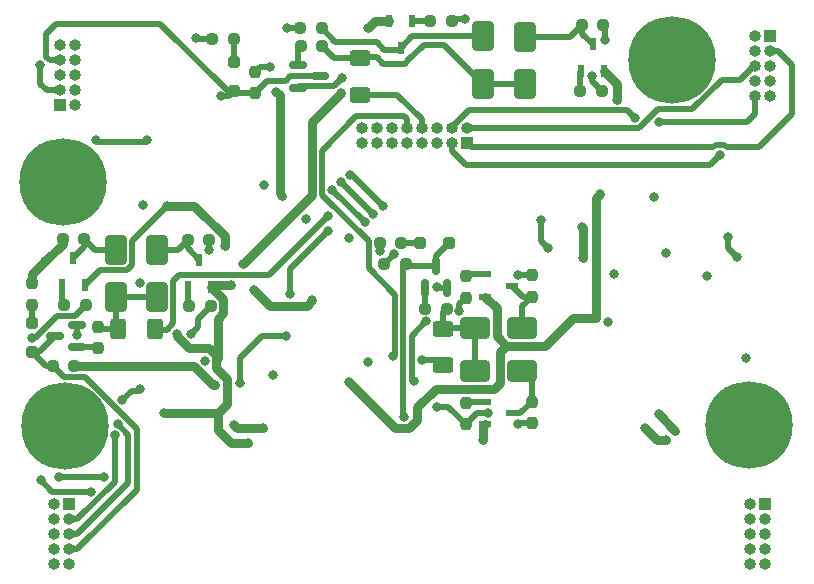
<source format=gbr>
%TF.GenerationSoftware,KiCad,Pcbnew,7.0.10*%
%TF.CreationDate,2025-06-08T09:49:35+02:00*%
%TF.ProjectId,DIC_Addon,4449435f-4164-4646-9f6e-2e6b69636164,rev?*%
%TF.SameCoordinates,Original*%
%TF.FileFunction,Copper,L1,Top*%
%TF.FilePolarity,Positive*%
%FSLAX46Y46*%
G04 Gerber Fmt 4.6, Leading zero omitted, Abs format (unit mm)*
G04 Created by KiCad (PCBNEW 7.0.10) date 2025-06-08 09:49:35*
%MOMM*%
%LPD*%
G01*
G04 APERTURE LIST*
G04 Aperture macros list*
%AMRoundRect*
0 Rectangle with rounded corners*
0 $1 Rounding radius*
0 $2 $3 $4 $5 $6 $7 $8 $9 X,Y pos of 4 corners*
0 Add a 4 corners polygon primitive as box body*
4,1,4,$2,$3,$4,$5,$6,$7,$8,$9,$2,$3,0*
0 Add four circle primitives for the rounded corners*
1,1,$1+$1,$2,$3*
1,1,$1+$1,$4,$5*
1,1,$1+$1,$6,$7*
1,1,$1+$1,$8,$9*
0 Add four rect primitives between the rounded corners*
20,1,$1+$1,$2,$3,$4,$5,0*
20,1,$1+$1,$4,$5,$6,$7,0*
20,1,$1+$1,$6,$7,$8,$9,0*
20,1,$1+$1,$8,$9,$2,$3,0*%
G04 Aperture macros list end*
%TA.AperFunction,SMDPad,CuDef*%
%ADD10RoundRect,0.150000X-0.587500X-0.150000X0.587500X-0.150000X0.587500X0.150000X-0.587500X0.150000X0*%
%TD*%
%TA.AperFunction,SMDPad,CuDef*%
%ADD11RoundRect,0.250000X0.250000X-0.250000X0.250000X0.250000X-0.250000X0.250000X-0.250000X-0.250000X0*%
%TD*%
%TA.AperFunction,ComponentPad*%
%ADD12R,1.000000X1.000000*%
%TD*%
%TA.AperFunction,ComponentPad*%
%ADD13O,1.000000X1.000000*%
%TD*%
%TA.AperFunction,SMDPad,CuDef*%
%ADD14RoundRect,0.237500X-0.250000X-0.237500X0.250000X-0.237500X0.250000X0.237500X-0.250000X0.237500X0*%
%TD*%
%TA.AperFunction,SMDPad,CuDef*%
%ADD15RoundRect,0.237500X0.250000X0.237500X-0.250000X0.237500X-0.250000X-0.237500X0.250000X-0.237500X0*%
%TD*%
%TA.AperFunction,SMDPad,CuDef*%
%ADD16R,1.131799X0.568000*%
%TD*%
%TA.AperFunction,SMDPad,CuDef*%
%ADD17RoundRect,0.237500X0.237500X-0.250000X0.237500X0.250000X-0.237500X0.250000X-0.237500X-0.250000X0*%
%TD*%
%TA.AperFunction,SMDPad,CuDef*%
%ADD18RoundRect,0.250000X0.650000X-1.000000X0.650000X1.000000X-0.650000X1.000000X-0.650000X-1.000000X0*%
%TD*%
%TA.AperFunction,SMDPad,CuDef*%
%ADD19RoundRect,0.250000X-1.000000X-0.650000X1.000000X-0.650000X1.000000X0.650000X-1.000000X0.650000X0*%
%TD*%
%TA.AperFunction,SMDPad,CuDef*%
%ADD20RoundRect,0.250000X0.250000X0.250000X-0.250000X0.250000X-0.250000X-0.250000X0.250000X-0.250000X0*%
%TD*%
%TA.AperFunction,SMDPad,CuDef*%
%ADD21R,0.568000X1.131799*%
%TD*%
%TA.AperFunction,SMDPad,CuDef*%
%ADD22RoundRect,0.250000X0.400000X0.625000X-0.400000X0.625000X-0.400000X-0.625000X0.400000X-0.625000X0*%
%TD*%
%TA.AperFunction,SMDPad,CuDef*%
%ADD23RoundRect,0.150000X0.587500X0.150000X-0.587500X0.150000X-0.587500X-0.150000X0.587500X-0.150000X0*%
%TD*%
%TA.AperFunction,SMDPad,CuDef*%
%ADD24RoundRect,0.250000X0.625000X-0.400000X0.625000X0.400000X-0.625000X0.400000X-0.625000X-0.400000X0*%
%TD*%
%TA.AperFunction,SMDPad,CuDef*%
%ADD25RoundRect,0.237500X-0.237500X0.250000X-0.237500X-0.250000X0.237500X-0.250000X0.237500X0.250000X0*%
%TD*%
%TA.AperFunction,SMDPad,CuDef*%
%ADD26RoundRect,0.150000X0.150000X-0.587500X0.150000X0.587500X-0.150000X0.587500X-0.150000X-0.587500X0*%
%TD*%
%TA.AperFunction,ViaPad*%
%ADD27C,0.800000*%
%TD*%
%TA.AperFunction,ViaPad*%
%ADD28C,7.400000*%
%TD*%
%TA.AperFunction,Conductor*%
%ADD29C,0.500000*%
%TD*%
%TA.AperFunction,Conductor*%
%ADD30C,0.750000*%
%TD*%
G04 APERTURE END LIST*
D10*
%TO.P,Q6,1,G*%
%TO.N,Net-(Q6-G)*%
X36273500Y-17312000D03*
%TO.P,Q6,2,S*%
%TO.N,GND*%
X36273500Y-19212000D03*
%TO.P,Q6,3,D*%
%TO.N,GPIO3_In*%
X38148500Y-18262000D03*
%TD*%
D11*
%TO.P,D16,1,K*%
%TO.N,GPIO6_In*%
X13742500Y-41616000D03*
%TO.P,D16,2,A*%
%TO.N,Net-(D16-A)*%
X13742500Y-39116000D03*
%TD*%
D12*
%TO.P,J6,1,Pin_1*%
%TO.N,GPIO5_5VOut*%
X16891000Y-54483000D03*
D13*
%TO.P,J6,2,Pin_2*%
%TO.N,GPIO4_12VOut*%
X15621000Y-54483000D03*
%TO.P,J6,3,Pin_3*%
%TO.N,GPIO6_12VOut*%
X16891000Y-55753000D03*
%TO.P,J6,4,Pin_4*%
%TO.N,GPIO4_5VOut*%
X15621000Y-55753000D03*
%TO.P,J6,5,Pin_5*%
%TO.N,GPIO6_5VOut*%
X16891000Y-57023000D03*
%TO.P,J6,6,Pin_6*%
%TO.N,GPIO5_12VOut*%
X15621000Y-57023000D03*
%TO.P,J6,7,Pin_7*%
%TO.N,GPIO6_In*%
X16891000Y-58293000D03*
%TO.P,J6,8,Pin_8*%
%TO.N,GPIO4_In*%
X15621000Y-58293000D03*
%TO.P,J6,9,Pin_9*%
%TO.N,GPIO5_In*%
X16891000Y-59563000D03*
%TO.P,J6,10,Pin_10*%
%TO.N,GND*%
X15621000Y-59563000D03*
%TD*%
D14*
%TO.P,R41,1*%
%TO.N,GPIO6_In*%
X15520500Y-42799000D03*
%TO.P,R41,2*%
%TO.N,+3.3V*%
X17345500Y-42799000D03*
%TD*%
D15*
%TO.P,R12,1*%
%TO.N,Net-(D4-A)*%
X30833700Y-15087600D03*
%TO.P,R12,2*%
%TO.N,GND*%
X29008700Y-15087600D03*
%TD*%
D16*
%TO.P,Q14,1,G*%
%TO.N,Net-(Q14-G)*%
X52124000Y-45815999D03*
%TO.P,Q14,2,S*%
%TO.N,+5V*%
X52124000Y-47716001D03*
%TO.P,Q14,3,D*%
%TO.N,Net-(D15-A)*%
X54410000Y-46766000D03*
%TD*%
D17*
%TO.P,R13,1*%
%TO.N,GPIO3_In*%
X32639000Y-19682500D03*
%TO.P,R13,2*%
%TO.N,+3.3V*%
X32639000Y-17857500D03*
%TD*%
D18*
%TO.P,D6,1,K*%
%TO.N,Net-(D6-K)*%
X55477000Y-18896000D03*
%TO.P,D6,2,A*%
%TO.N,Net-(D6-A)*%
X55477000Y-14896000D03*
%TD*%
D15*
%TO.P,R9,1*%
%TO.N,GND*%
X62126500Y-13905900D03*
%TO.P,R9,2*%
%TO.N,Net-(D6-A)*%
X60301500Y-13905900D03*
%TD*%
D17*
%TO.P,R31,1*%
%TO.N,GPIO5_5VOut*%
X50473000Y-47720999D03*
%TO.P,R31,2*%
%TO.N,Net-(Q14-G)*%
X50473000Y-45895999D03*
%TD*%
D14*
%TO.P,R14,1*%
%TO.N,Net-(Q6-G)*%
X36497500Y-15722000D03*
%TO.P,R14,2*%
%TO.N,Net-(D6-K)*%
X38322500Y-15722000D03*
%TD*%
%TO.P,R35,1*%
%TO.N,Net-(Q15-G)*%
X47020500Y-37924500D03*
%TO.P,R35,2*%
%TO.N,Net-(D14-K)*%
X48845500Y-37924500D03*
%TD*%
D18*
%TO.P,D17,1,K*%
%TO.N,Net-(D17-K)*%
X20828000Y-36925000D03*
%TO.P,D17,2,A*%
%TO.N,Net-(D17-A)*%
X20828000Y-32925000D03*
%TD*%
D19*
%TO.P,D15,1,K*%
%TO.N,Net-(D14-K)*%
X51255000Y-43210000D03*
%TO.P,D15,2,A*%
%TO.N,Net-(D15-A)*%
X55255000Y-43210000D03*
%TD*%
D20*
%TO.P,D13,1,K*%
%TO.N,GPIO5_In*%
X49076000Y-32336500D03*
%TO.P,D13,2,A*%
%TO.N,Net-(D13-A)*%
X46576000Y-32336500D03*
%TD*%
D17*
%TO.P,R32,1*%
%TO.N,GND*%
X56061000Y-47617499D03*
%TO.P,R32,2*%
%TO.N,Net-(D15-A)*%
X56061000Y-45792499D03*
%TD*%
%TO.P,R24,1*%
%TO.N,GPIO5_12VOut*%
X50461000Y-37010500D03*
%TO.P,R24,2*%
%TO.N,Net-(Q13-G)*%
X50461000Y-35185500D03*
%TD*%
D21*
%TO.P,Q16,1,G*%
%TO.N,Net-(Q16-G)*%
X16299999Y-35941000D03*
%TO.P,Q16,2,S*%
%TO.N,+12V*%
X18200001Y-35941000D03*
%TO.P,Q16,3,D*%
%TO.N,Net-(D17-A)*%
X17250000Y-33655000D03*
%TD*%
D15*
%TO.P,R39,1*%
%TO.N,GND*%
X28769499Y-32131000D03*
%TO.P,R39,2*%
%TO.N,Net-(D18-A)*%
X26944499Y-32131000D03*
%TD*%
D14*
%TO.P,R11,1*%
%TO.N,GND*%
X36450500Y-14198000D03*
%TO.P,R11,2*%
%TO.N,Net-(D9-A)*%
X38275500Y-14198000D03*
%TD*%
D16*
%TO.P,Q13,1,G*%
%TO.N,Net-(Q13-G)*%
X52124000Y-35020999D03*
%TO.P,Q13,2,S*%
%TO.N,+12V*%
X52124000Y-36921001D03*
%TO.P,Q13,3,D*%
%TO.N,Net-(D14-A)*%
X54410000Y-35971000D03*
%TD*%
D18*
%TO.P,D9,1,K*%
%TO.N,Net-(D6-K)*%
X51943000Y-18865000D03*
%TO.P,D9,2,A*%
%TO.N,Net-(D9-A)*%
X51943000Y-14865000D03*
%TD*%
%TO.P,D18,1,K*%
%TO.N,Net-(D17-K)*%
X24362000Y-36925000D03*
%TO.P,D18,2,A*%
%TO.N,Net-(D18-A)*%
X24362000Y-32925000D03*
%TD*%
D14*
%TO.P,R37,1*%
%TO.N,GND*%
X16337500Y-32004000D03*
%TO.P,R37,2*%
%TO.N,Net-(D17-A)*%
X18162500Y-32004000D03*
%TD*%
D15*
%TO.P,R34,1*%
%TO.N,GPIO5_In*%
X45416500Y-34114500D03*
%TO.P,R34,2*%
%TO.N,+3.3V*%
X43591500Y-34114500D03*
%TD*%
%TO.P,R33,1*%
%TO.N,Net-(D13-A)*%
X45012000Y-32336500D03*
%TO.P,R33,2*%
%TO.N,GND*%
X43187000Y-32336500D03*
%TD*%
D11*
%TO.P,D4,1,K*%
%TO.N,GPIO3_In*%
X30861000Y-19515500D03*
%TO.P,D4,2,A*%
%TO.N,Net-(D4-A)*%
X30861000Y-17015500D03*
%TD*%
D22*
%TO.P,TH6,1*%
%TO.N,GPIO6_out{slash}in*%
X24134000Y-39624000D03*
%TO.P,TH6,2*%
%TO.N,Net-(D17-K)*%
X21034000Y-39624000D03*
%TD*%
D17*
%TO.P,R40,1*%
%TO.N,Net-(D16-A)*%
X13742500Y-37615500D03*
%TO.P,R40,2*%
%TO.N,GND*%
X13742500Y-35790500D03*
%TD*%
D15*
%TO.P,R8,1*%
%TO.N,GPIO3_12VOut*%
X61999500Y-19493900D03*
%TO.P,R8,2*%
%TO.N,Net-(Q4-G)*%
X60174500Y-19493900D03*
%TD*%
D21*
%TO.P,Q17,1,G*%
%TO.N,Net-(Q17-G)*%
X26967999Y-36068000D03*
%TO.P,Q17,2,S*%
%TO.N,+5V*%
X28868001Y-36068000D03*
%TO.P,Q17,3,D*%
%TO.N,Net-(D18-A)*%
X27918000Y-33782000D03*
%TD*%
D15*
%TO.P,R36,1*%
%TO.N,GPIO6_12VOut*%
X18289500Y-37592000D03*
%TO.P,R36,2*%
%TO.N,Net-(Q16-G)*%
X16464500Y-37592000D03*
%TD*%
D23*
%TO.P,Q18,1,G*%
%TO.N,Net-(Q18-G)*%
X17601000Y-41209000D03*
%TO.P,Q18,2,S*%
%TO.N,GND*%
X17601000Y-39309000D03*
%TO.P,Q18,3,D*%
%TO.N,GPIO6_In*%
X15726000Y-40259000D03*
%TD*%
D12*
%TO.P,J2,1,Pin_1*%
%TO.N,CAN1_N*%
X76200000Y-14859000D03*
D13*
%TO.P,J2,2,Pin_2*%
%TO.N,CAN1_P*%
X74930000Y-14859000D03*
%TO.P,J2,3,Pin_3*%
%TO.N,Analog0_In*%
X76200000Y-16129000D03*
%TO.P,J2,4,Pin_4*%
%TO.N,GND*%
X74930000Y-16129000D03*
%TO.P,J2,5,Pin_5*%
X76200000Y-17399000D03*
%TO.P,J2,6,Pin_6*%
%TO.N,Analog1_In*%
X74930000Y-17399000D03*
%TO.P,J2,7,Pin_7*%
%TO.N,GND*%
X76200000Y-18669000D03*
%TO.P,J2,8,Pin_8*%
%TO.N,Analog2_In*%
X74930000Y-18669000D03*
%TO.P,J2,9,Pin_9*%
%TO.N,GND*%
X76200000Y-19939000D03*
%TO.P,J2,10,Pin_10*%
%TO.N,Analog3_In*%
X74930000Y-19939000D03*
%TD*%
D12*
%TO.P,J5,1,Pin_1*%
%TO.N,GPIO2_In*%
X16129000Y-20701000D03*
D13*
%TO.P,J5,2,Pin_2*%
%TO.N,GPIO2_5VOut*%
X17399000Y-20701000D03*
%TO.P,J5,3,Pin_3*%
%TO.N,GPIO3_12VOut*%
X16129000Y-19431000D03*
%TO.P,J5,4,Pin_4*%
%TO.N,GPIO2_12VOut*%
X17399000Y-19431000D03*
%TO.P,J5,5,Pin_5*%
%TO.N,GPIO3_5VOut*%
X16129000Y-18161000D03*
%TO.P,J5,6,Pin_6*%
%TO.N,GPIO1_In*%
X17399000Y-18161000D03*
%TO.P,J5,7,Pin_7*%
%TO.N,GPIO3_In*%
X16129000Y-16891000D03*
%TO.P,J5,8,Pin_8*%
%TO.N,GPIO1_5VOut*%
X17399000Y-16891000D03*
%TO.P,J5,9,Pin_9*%
%TO.N,GND*%
X16129000Y-15621000D03*
%TO.P,J5,10,Pin_10*%
%TO.N,GPIO1_12VOut*%
X17399000Y-15621000D03*
%TD*%
D24*
%TO.P,TH2,1*%
%TO.N,GPIO3_out{slash}in*%
X41529000Y-19812000D03*
%TO.P,TH2,2*%
%TO.N,Net-(D6-K)*%
X41529000Y-16712000D03*
%TD*%
D19*
%TO.P,D14,1,K*%
%TO.N,Net-(D14-K)*%
X51255000Y-39584000D03*
%TO.P,D14,2,A*%
%TO.N,Net-(D14-A)*%
X55255000Y-39584000D03*
%TD*%
D17*
%TO.P,R42,1*%
%TO.N,Net-(Q18-G)*%
X19330500Y-41298500D03*
%TO.P,R42,2*%
%TO.N,Net-(D17-K)*%
X19330500Y-39473500D03*
%TD*%
D12*
%TO.P,J4,1,Pin_1*%
%TO.N,+BATT*%
X75819000Y-54473000D03*
D13*
%TO.P,J4,2,Pin_2*%
X74549000Y-54473000D03*
%TO.P,J4,3,Pin_3*%
%TO.N,+12V*%
X75819000Y-55743000D03*
%TO.P,J4,4,Pin_4*%
X74549000Y-55743000D03*
%TO.P,J4,5,Pin_5*%
%TO.N,GND*%
X75819000Y-57013000D03*
%TO.P,J4,6,Pin_6*%
X74549000Y-57013000D03*
%TO.P,J4,7,Pin_7*%
%TO.N,+3.3V*%
X75819000Y-58283000D03*
%TO.P,J4,8,Pin_8*%
X74549000Y-58283000D03*
%TO.P,J4,9,Pin_9*%
%TO.N,+5V*%
X75819000Y-59553000D03*
%TO.P,J4,10,Pin_10*%
X74549000Y-59553000D03*
%TD*%
D15*
%TO.P,R10,1*%
%TO.N,GPIO3_5VOut*%
X49299500Y-13563000D03*
%TO.P,R10,2*%
%TO.N,Net-(Q5-G)*%
X47474500Y-13563000D03*
%TD*%
D21*
%TO.P,Q5,1,G*%
%TO.N,Net-(Q5-G)*%
X45908001Y-13563000D03*
%TO.P,Q5,2,S*%
%TO.N,+5V*%
X44007999Y-13563000D03*
%TO.P,Q5,3,D*%
%TO.N,Net-(D9-A)*%
X44958000Y-15849000D03*
%TD*%
D15*
%TO.P,R38,1*%
%TO.N,GPIO6_5VOut*%
X28896499Y-37719000D03*
%TO.P,R38,2*%
%TO.N,Net-(Q17-G)*%
X27071499Y-37719000D03*
%TD*%
D25*
%TO.P,R30,1*%
%TO.N,GND*%
X56061000Y-35096001D03*
%TO.P,R30,2*%
%TO.N,Net-(D14-A)*%
X56061000Y-36921001D03*
%TD*%
D26*
%TO.P,Q15,1,G*%
%TO.N,Net-(Q15-G)*%
X46983000Y-36195000D03*
%TO.P,Q15,2,S*%
%TO.N,GND*%
X48883000Y-36195000D03*
%TO.P,Q15,3,D*%
%TO.N,GPIO5_In*%
X47933000Y-34320000D03*
%TD*%
D24*
%TO.P,TH4,1*%
%TO.N,GPIO5_out{slash}in*%
X48568000Y-42728000D03*
%TO.P,TH4,2*%
%TO.N,Net-(D14-K)*%
X48568000Y-39628000D03*
%TD*%
D21*
%TO.P,Q4,1,G*%
%TO.N,Net-(Q4-G)*%
X60263999Y-17842900D03*
%TO.P,Q4,2,S*%
%TO.N,+12V*%
X62164001Y-17842900D03*
%TO.P,Q4,3,D*%
%TO.N,Net-(D6-A)*%
X61214000Y-15556900D03*
%TD*%
D12*
%TO.P,J3,1,Pin_1*%
%TO.N,Analog0_In*%
X50551000Y-23866000D03*
D13*
%TO.P,J3,2,Pin_2*%
%TO.N,Analog1_In*%
X50551000Y-22596000D03*
%TO.P,J3,3,Pin_3*%
%TO.N,Analog2_In*%
X49281000Y-23866000D03*
%TO.P,J3,4,Pin_4*%
%TO.N,Analog3_In*%
X49281000Y-22596000D03*
%TO.P,J3,5,Pin_5*%
%TO.N,GND*%
X48011000Y-23866000D03*
%TO.P,J3,6,Pin_6*%
%TO.N,GPIO1_out{slash}in*%
X48011000Y-22596000D03*
%TO.P,J3,7,Pin_7*%
%TO.N,GPIO2_out{slash}in*%
X46741000Y-23866000D03*
%TO.P,J3,8,Pin_8*%
%TO.N,GPIO3_out{slash}in*%
X46741000Y-22596000D03*
%TO.P,J3,9,Pin_9*%
%TO.N,GPIO4_out{slash}in*%
X45471000Y-23866000D03*
%TO.P,J3,10,Pin_10*%
%TO.N,GPIO5_out{slash}in*%
X45471000Y-22596000D03*
%TO.P,J3,11,Pin_11*%
%TO.N,GPIO6_out{slash}in*%
X44201000Y-23866000D03*
%TO.P,J3,12,Pin_12*%
%TO.N,+BATT*%
X44201000Y-22596000D03*
%TO.P,J3,13,Pin_13*%
X42931000Y-23866000D03*
%TO.P,J3,14,Pin_14*%
%TO.N,CAN1_P*%
X42931000Y-22596000D03*
%TO.P,J3,15,Pin_15*%
%TO.N,CAN1_N*%
X41661000Y-23866000D03*
%TO.P,J3,16,Pin_16*%
%TO.N,GND*%
X41661000Y-22596000D03*
%TD*%
D27*
%TO.N,GPIO2_In*%
X19147459Y-23651541D03*
X23476846Y-23676464D03*
%TO.N,GPIO3_In*%
X29718000Y-19913000D03*
%TO.N,GPIO1_In*%
X41909594Y-30606594D03*
X39173877Y-27882131D03*
%TO.N,GND*%
X28368820Y-42320680D03*
X62280800Y-15189200D03*
X40005000Y-18389000D03*
X14859000Y-33909000D03*
X35306000Y-14198000D03*
X54906000Y-35082000D03*
X74168000Y-42132000D03*
X33402400Y-27475999D03*
X43191625Y-33052903D03*
X42164000Y-42418000D03*
X27635200Y-15036800D03*
D28*
X67945000Y-16891000D03*
D27*
X36957000Y-30353000D03*
D28*
X74422000Y-47752000D03*
D27*
X17601000Y-40184000D03*
X34163000Y-43561000D03*
X66421000Y-28448000D03*
D28*
X16510000Y-47879000D03*
D27*
X48048000Y-36098000D03*
X54906000Y-47655000D03*
X22876642Y-35767668D03*
X62484000Y-39084000D03*
X23115400Y-29126999D03*
X28769499Y-32960499D03*
D28*
X16383000Y-27178000D03*
D27*
X67437000Y-33242000D03*
%TO.N,+3.3V*%
X60442959Y-33673041D03*
X65668070Y-48015070D03*
X34925000Y-28386500D03*
X33894801Y-17428108D03*
X33291135Y-48047947D03*
X40576094Y-31940094D03*
X60325000Y-30988000D03*
X29251000Y-44399200D03*
X34417000Y-19558000D03*
X67418860Y-49022000D03*
X30861000Y-47778000D03*
X44411871Y-33339674D03*
%TO.N,+5V*%
X24892000Y-46736000D03*
X26036400Y-40048999D03*
X42164000Y-14198000D03*
X51943000Y-49022000D03*
X39894541Y-19701541D03*
X30607000Y-35941000D03*
X31623000Y-34163000D03*
X32066409Y-49271613D03*
%TO.N,GPIO4_In*%
X14525312Y-52468724D03*
X18739012Y-53410012D03*
%TO.N,GPIO5_In*%
X45212000Y-47078000D03*
%TO.N,GPIO1_out{slash}in*%
X73406000Y-33561000D03*
X72644000Y-31861000D03*
%TO.N,GPIO4_out{slash}in*%
X35560000Y-36701000D03*
X38793074Y-31318949D03*
%TO.N,GPIO5_out{slash}in*%
X46739000Y-42291000D03*
X44339000Y-41910000D03*
%TO.N,GPIO6_out{slash}in*%
X38836471Y-30073470D03*
%TO.N,GPIO1_5VOut*%
X42616703Y-29899486D03*
X39880482Y-27174519D03*
X70866000Y-35147000D03*
%TO.N,GPIO1_12VOut*%
X57404000Y-32814000D03*
X62992000Y-35020000D03*
X56802959Y-30386959D03*
X43434000Y-29210000D03*
X40703500Y-26606500D03*
%TO.N,GPIO3_5VOut*%
X50419000Y-13436000D03*
%TO.N,GPIO3_12VOut*%
X61148001Y-18262000D03*
X14459294Y-17311000D03*
%TO.N,GPIO4_5VOut*%
X19887947Y-52167387D03*
X16042595Y-52153524D03*
%TO.N,GPIO4_12VOut*%
X35285274Y-40219087D03*
X31343600Y-44196000D03*
%TO.N,GPIO5_12VOut*%
X47122248Y-38999500D03*
X46101959Y-44068041D03*
X49932396Y-38142313D03*
%TO.N,GPIO5_5VOut*%
X48006000Y-46228000D03*
X52366000Y-46766000D03*
%TO.N,GPIO6_12VOut*%
X13716000Y-40386000D03*
X20737947Y-48662375D03*
%TO.N,GPIO6_5VOut*%
X27229032Y-40056032D03*
X21404435Y-45702366D03*
X22852783Y-44746550D03*
X20993474Y-47695570D03*
%TO.N,+12V*%
X68189930Y-48250930D03*
X40561500Y-44164701D03*
X30099000Y-32639000D03*
X61849000Y-28185000D03*
X66802000Y-46863000D03*
X32571082Y-36381082D03*
X25185601Y-29210800D03*
X63246000Y-20232000D03*
X37465000Y-37211000D03*
X61509000Y-38680141D03*
%TO.N,Analog3_In*%
X64770000Y-21746000D03*
X66808506Y-22150576D03*
%TO.N,Analog2_In*%
X72009000Y-24892000D03*
%TD*%
D29*
%TO.N,GPIO2_In*%
X23368000Y-23785310D02*
X19281228Y-23785310D01*
X23476846Y-23676464D02*
X23368000Y-23785310D01*
X19281228Y-23785310D02*
X19147459Y-23651541D01*
%TO.N,GPIO3_In*%
X29718000Y-19913000D02*
X30463500Y-19913000D01*
X30310500Y-19515500D02*
X24612600Y-13817600D01*
X31028000Y-19682500D02*
X30861000Y-19515500D01*
X35252316Y-18643000D02*
X33678500Y-18643000D01*
X14935200Y-16586200D02*
X15240000Y-16891000D01*
X24612600Y-13817600D02*
X15798800Y-13817600D01*
X35633316Y-18262000D02*
X35252316Y-18643000D01*
X15240000Y-16891000D02*
X16129000Y-16891000D01*
X38148500Y-18262000D02*
X35633316Y-18262000D01*
X14935200Y-14681200D02*
X14935200Y-16586200D01*
X33678500Y-18643000D02*
X32639000Y-19682500D01*
X30463500Y-19913000D02*
X30861000Y-19515500D01*
X30861000Y-19515500D02*
X30310500Y-19515500D01*
X15798800Y-13817600D02*
X14935200Y-14681200D01*
X32639000Y-19682500D02*
X31028000Y-19682500D01*
%TO.N,GPIO1_In*%
X39185131Y-27882131D02*
X41909594Y-30606594D01*
X39173877Y-27882131D02*
X39185131Y-27882131D01*
%TO.N,Net-(D4-A)*%
X30861000Y-17015500D02*
X30861000Y-15007000D01*
D30*
%TO.N,GND*%
X16337500Y-32004000D02*
X16337500Y-32430500D01*
D29*
X39282000Y-19112000D02*
X40005000Y-18389000D01*
X43187000Y-33048278D02*
X43191625Y-33052903D01*
X62280800Y-15189200D02*
X62280800Y-14060200D01*
X54943501Y-47617499D02*
X54906000Y-47655000D01*
X48883000Y-36195000D02*
X48145000Y-36195000D01*
X36450500Y-14198000D02*
X35306000Y-14198000D01*
X56061000Y-35096001D02*
X54920001Y-35096001D01*
X36373500Y-19112000D02*
X39282000Y-19112000D01*
X36273500Y-19212000D02*
X36373500Y-19112000D01*
X43187000Y-32336500D02*
X43187000Y-33048278D01*
X43187000Y-32336500D02*
X43353645Y-32336500D01*
X62280800Y-14060200D02*
X62126500Y-13905900D01*
X28769499Y-32131000D02*
X28769499Y-32960499D01*
X56061000Y-47617499D02*
X54943501Y-47617499D01*
X29008700Y-15087600D02*
X27686000Y-15087600D01*
D30*
X13742500Y-35790500D02*
X13742500Y-35025500D01*
X16337500Y-32430500D02*
X14859000Y-33909000D01*
D29*
X48145000Y-36195000D02*
X48048000Y-36098000D01*
D30*
X13742500Y-35025500D02*
X14859000Y-33909000D01*
D29*
X17601000Y-39309000D02*
X17601000Y-40184000D01*
X54920001Y-35096001D02*
X54906000Y-35082000D01*
X27686000Y-15087600D02*
X27635200Y-15036800D01*
X17526000Y-40259000D02*
X17601000Y-40184000D01*
D30*
%TO.N,+3.3V*%
X34925000Y-28386500D02*
X34708000Y-28169500D01*
X27468281Y-42799000D02*
X17345500Y-42799000D01*
X29251000Y-44399200D02*
X29068481Y-44399200D01*
X34708000Y-19849000D02*
X34417000Y-19558000D01*
X33291135Y-48047947D02*
X31130947Y-48047947D01*
D29*
X33068392Y-17428108D02*
X32639000Y-17857500D01*
D30*
X34708000Y-28169500D02*
X34708000Y-19849000D01*
D29*
X43637045Y-34114500D02*
X44411871Y-33339674D01*
D30*
X60442959Y-31105959D02*
X60325000Y-30988000D01*
X60442959Y-33673041D02*
X60442959Y-31105959D01*
X66675000Y-49022000D02*
X65668070Y-48015070D01*
X29068481Y-44399200D02*
X27468281Y-42799000D01*
X31130947Y-48047947D02*
X30861000Y-47778000D01*
D29*
X43591500Y-34114500D02*
X43637045Y-34114500D01*
D30*
X67418860Y-49022000D02*
X66675000Y-49022000D01*
D29*
X33894801Y-17428108D02*
X33068392Y-17428108D01*
D30*
%TO.N,+5V*%
X29343820Y-42261180D02*
X29516000Y-42089000D01*
X30602613Y-49271613D02*
X29516000Y-48185000D01*
X29343820Y-42970972D02*
X29343820Y-42261180D01*
X37498877Y-28287123D02*
X31623000Y-34163000D01*
X29516000Y-46736000D02*
X24892000Y-46736000D01*
X30226000Y-46026000D02*
X30226000Y-43853152D01*
X39894541Y-19701541D02*
X37498877Y-22097205D01*
X32066409Y-49271613D02*
X30602613Y-49271613D01*
X26036400Y-40242259D02*
X26036400Y-40048999D01*
X29464000Y-42037000D02*
X29464000Y-38794629D01*
X29464000Y-38794629D02*
X29958999Y-38299630D01*
X28995001Y-35941000D02*
X28868001Y-36068000D01*
X27069141Y-41275000D02*
X26036400Y-40242259D01*
X42799000Y-13563000D02*
X42164000Y-14198000D01*
X30607000Y-35941000D02*
X28995001Y-35941000D01*
X29516000Y-46736000D02*
X30226000Y-46026000D01*
X28702000Y-41275000D02*
X27069141Y-41275000D01*
X29958999Y-38299630D02*
X29958999Y-37138370D01*
X28888629Y-36068000D02*
X28868001Y-36068000D01*
X29516000Y-48185000D02*
X29516000Y-46736000D01*
X37498877Y-22097205D02*
X37498877Y-28287123D01*
X30226000Y-43853152D02*
X29343820Y-42970972D01*
X29516000Y-42089000D02*
X28702000Y-41275000D01*
X44007999Y-13563000D02*
X42799000Y-13563000D01*
X51943000Y-49022000D02*
X51943000Y-47897001D01*
X29958999Y-37138370D02*
X28888629Y-36068000D01*
X29516000Y-42089000D02*
X29464000Y-42037000D01*
X51943000Y-47897001D02*
X52124000Y-47716001D01*
D29*
%TO.N,Net-(D6-K)*%
X51943000Y-18865000D02*
X48673000Y-15595000D01*
X39312500Y-16712000D02*
X38322500Y-15722000D01*
X42939024Y-16611000D02*
X41630000Y-16611000D01*
X41529000Y-16712000D02*
X39312500Y-16712000D01*
X43505917Y-17177893D02*
X42939024Y-16611000D01*
X41630000Y-16611000D02*
X41529000Y-16712000D01*
X55477000Y-18896000D02*
X51974000Y-18896000D01*
X45322012Y-17177893D02*
X43505917Y-17177893D01*
X51974000Y-18896000D02*
X51943000Y-18865000D01*
X46904905Y-15595000D02*
X45616047Y-16883858D01*
X48673000Y-15595000D02*
X46904905Y-15595000D01*
X45616047Y-16883858D02*
X45322012Y-17177893D01*
%TO.N,Net-(D6-A)*%
X60301500Y-14644400D02*
X61214000Y-15556900D01*
X59311400Y-14896000D02*
X60301500Y-13905900D01*
X55477000Y-14896000D02*
X59311400Y-14896000D01*
X60301500Y-13905900D02*
X60301500Y-14644400D01*
%TO.N,Net-(D9-A)*%
X39418500Y-15341000D02*
X42926000Y-15341000D01*
X38275500Y-14198000D02*
X39418500Y-15341000D01*
X45942000Y-14865000D02*
X44958000Y-15849000D01*
X51943000Y-14865000D02*
X45942000Y-14865000D01*
X42926000Y-15341000D02*
X43587000Y-16002000D01*
X43587000Y-16002000D02*
X44805000Y-16002000D01*
X44805000Y-16002000D02*
X44958000Y-15849000D01*
%TO.N,GPIO4_In*%
X15466600Y-53410012D02*
X14525312Y-52468724D01*
X18739012Y-53410012D02*
X15466600Y-53410012D01*
%TO.N,GPIO5_In*%
X47933000Y-34320000D02*
X45622000Y-34320000D01*
X45189000Y-47055000D02*
X45189000Y-34342000D01*
X47933000Y-34320000D02*
X47933000Y-33479500D01*
X47933000Y-33479500D02*
X49076000Y-32336500D01*
X45622000Y-34320000D02*
X45416500Y-34114500D01*
X45212000Y-47078000D02*
X45189000Y-47055000D01*
X45189000Y-34342000D02*
X45416500Y-34114500D01*
%TO.N,Net-(D13-A)*%
X45012000Y-32336500D02*
X46576000Y-32336500D01*
%TO.N,Net-(D14-K)*%
X51255000Y-39584000D02*
X48612000Y-39584000D01*
X51255000Y-43210000D02*
X51255000Y-39584000D01*
X48612000Y-39584000D02*
X48568000Y-39628000D01*
X48568000Y-39628000D02*
X48568000Y-38202000D01*
X48568000Y-38202000D02*
X48845500Y-37924500D01*
%TO.N,Net-(D14-A)*%
X55360001Y-36921001D02*
X54410000Y-35971000D01*
X55255000Y-37727001D02*
X56061000Y-36921001D01*
X55255000Y-39584000D02*
X55255000Y-37727001D01*
X56061000Y-36921001D02*
X55360001Y-36921001D01*
%TO.N,Net-(D15-A)*%
X54410000Y-46766000D02*
X55087499Y-46766000D01*
X55087499Y-46766000D02*
X56061000Y-45792499D01*
X56061000Y-44016000D02*
X55255000Y-43210000D01*
X56061000Y-45792499D02*
X56061000Y-44016000D01*
%TO.N,GPIO6_In*%
X14369000Y-41616000D02*
X15726000Y-40259000D01*
X18223987Y-43724000D02*
X16445500Y-43724000D01*
X15520500Y-42799000D02*
X14925500Y-42799000D01*
X14925500Y-42799000D02*
X13742500Y-41616000D01*
X22606000Y-48106013D02*
X18223987Y-43724000D01*
X17598106Y-58293000D02*
X22606000Y-53285106D01*
X13589000Y-41769500D02*
X13742500Y-41616000D01*
X16445500Y-43724000D02*
X15520500Y-42799000D01*
X13742500Y-41616000D02*
X14369000Y-41616000D01*
X22606000Y-53285106D02*
X22606000Y-48106013D01*
X16891000Y-58293000D02*
X17598106Y-58293000D01*
%TO.N,Net-(D16-A)*%
X13742500Y-39116000D02*
X13742500Y-37615500D01*
%TO.N,Net-(D17-K)*%
X20828000Y-36925000D02*
X20828000Y-39418000D01*
X20828000Y-39418000D02*
X21034000Y-39624000D01*
X20828000Y-36925000D02*
X24362000Y-36925000D01*
X19481000Y-39624000D02*
X19330500Y-39473500D01*
X21034000Y-39624000D02*
X19481000Y-39624000D01*
%TO.N,Net-(D17-A)*%
X19083500Y-32925000D02*
X18162500Y-32004000D01*
X20828000Y-32925000D02*
X19083500Y-32925000D01*
X18162500Y-32742500D02*
X17250000Y-33655000D01*
X18162500Y-32004000D02*
X18162500Y-32742500D01*
%TO.N,Net-(D18-A)*%
X26944499Y-32131000D02*
X26944499Y-32808499D01*
X26944499Y-32808499D02*
X27918000Y-33782000D01*
X26150499Y-32925000D02*
X26944499Y-32131000D01*
X24362000Y-32925000D02*
X26150499Y-32925000D01*
%TO.N,GPIO1_out{slash}in*%
X72644000Y-32799000D02*
X72644000Y-31861000D01*
X73406000Y-33561000D02*
X72644000Y-32799000D01*
%TO.N,GPIO3_out{slash}in*%
X44664106Y-19812000D02*
X46741000Y-21888894D01*
X41529000Y-19812000D02*
X44664106Y-19812000D01*
X46741000Y-21888894D02*
X46741000Y-22596000D01*
%TO.N,GPIO4_out{slash}in*%
X35560000Y-34544000D02*
X35560000Y-36701000D01*
X38793074Y-31318949D02*
X38785051Y-31318949D01*
X38785051Y-31318949D02*
X35560000Y-34544000D01*
%TO.N,GPIO5_out{slash}in*%
X48131000Y-42291000D02*
X48568000Y-42728000D01*
X38323877Y-24541123D02*
X41219000Y-21646000D01*
X45471000Y-21888894D02*
X45471000Y-22596000D01*
X42249500Y-32216500D02*
X38323877Y-28290877D01*
X38323877Y-28290877D02*
X38323877Y-24541123D01*
X42249500Y-34501450D02*
X42249500Y-32216500D01*
X44489000Y-41760000D02*
X44489000Y-36740950D01*
X41219000Y-21646000D02*
X45228106Y-21646000D01*
X44339000Y-41910000D02*
X44489000Y-41760000D01*
X46739000Y-42291000D02*
X48131000Y-42291000D01*
X45228106Y-21646000D02*
X45471000Y-21888894D01*
X44489000Y-36740950D02*
X42249500Y-34501450D01*
%TO.N,GPIO6_out{slash}in*%
X24206917Y-39696917D02*
X25186400Y-39696917D01*
X25712000Y-39171317D02*
X25712000Y-35574100D01*
X25186400Y-39696917D02*
X25712000Y-39171317D01*
X25712000Y-35574100D02*
X26233999Y-35052101D01*
X33857840Y-35052101D02*
X38836471Y-30073470D01*
X26233999Y-35052101D02*
X33857840Y-35052101D01*
X24134000Y-39624000D02*
X24206917Y-39696917D01*
%TO.N,GPIO1_5VOut*%
X39880482Y-27174519D02*
X39891736Y-27174519D01*
X39891736Y-27174519D02*
X42616703Y-29899486D01*
%TO.N,GPIO1_12VOut*%
X40830500Y-26606500D02*
X43434000Y-29210000D01*
X56802959Y-30386959D02*
X56802959Y-32212959D01*
X56802959Y-32212959D02*
X57404000Y-32814000D01*
X40703500Y-26606500D02*
X40830500Y-26606500D01*
%TO.N,Net-(Q4-G)*%
X60174500Y-19493900D02*
X60174500Y-17932399D01*
X60174500Y-17932399D02*
X60263999Y-17842900D01*
%TO.N,Net-(Q5-G)*%
X45908001Y-13563000D02*
X47474500Y-13563000D01*
%TO.N,Net-(Q6-G)*%
X36273500Y-15946000D02*
X36497500Y-15722000D01*
X36273500Y-17312000D02*
X36273500Y-15946000D01*
%TO.N,GPIO3_5VOut*%
X50419000Y-13436000D02*
X49426500Y-13436000D01*
X49426500Y-13436000D02*
X49299500Y-13563000D01*
%TO.N,GPIO3_12VOut*%
X14986000Y-19431000D02*
X16129000Y-19431000D01*
X14459294Y-17311000D02*
X14459294Y-18904294D01*
X14459294Y-18904294D02*
X14986000Y-19431000D01*
X61148001Y-18262000D02*
X61148001Y-18642401D01*
X61148001Y-18642401D02*
X61999500Y-19493900D01*
%TO.N,GPIO4_5VOut*%
X19874084Y-52153524D02*
X16042595Y-52153524D01*
X19887947Y-52167387D02*
X19874084Y-52153524D01*
%TO.N,GPIO4_12VOut*%
X33225016Y-40219087D02*
X35285274Y-40219087D01*
X31343600Y-42100503D02*
X33225016Y-40219087D01*
X31343600Y-44196000D02*
X31343600Y-42100503D01*
%TO.N,GPIO5_12VOut*%
X50461000Y-37010500D02*
X50461000Y-36801390D01*
X45889000Y-43855082D02*
X45889000Y-40232748D01*
X49932396Y-38142313D02*
X49932396Y-37539104D01*
X46101959Y-44068041D02*
X45889000Y-43855082D01*
X49932396Y-37539104D02*
X50461000Y-37010500D01*
X45889000Y-40232748D02*
X47122248Y-38999500D01*
%TO.N,GPIO5_5VOut*%
X48006000Y-46228000D02*
X48980001Y-46228000D01*
X52366000Y-46766000D02*
X51427999Y-46766000D01*
X51427999Y-46766000D02*
X50473000Y-47720999D01*
X48980001Y-46228000D02*
X50473000Y-47720999D01*
%TO.N,GPIO6_12VOut*%
X13716000Y-40386000D02*
X14008816Y-40386000D01*
X15877816Y-38517000D02*
X17364500Y-38517000D01*
X17598106Y-55753000D02*
X16891000Y-55753000D01*
X14008816Y-40386000D02*
X15877816Y-38517000D01*
X17364500Y-38517000D02*
X18289500Y-37592000D01*
X20737947Y-52613159D02*
X17598106Y-55753000D01*
X20737947Y-48662375D02*
X20737947Y-52613159D01*
%TO.N,GPIO6_5VOut*%
X22205529Y-44901272D02*
X22698061Y-44901272D01*
X27813000Y-39497000D02*
X27813000Y-38802499D01*
X27229032Y-40056032D02*
X27253968Y-40056032D01*
X20993474Y-47695570D02*
X21906000Y-48608096D01*
X21404435Y-45702366D02*
X22205529Y-44901272D01*
X17598106Y-57023000D02*
X16891000Y-57023000D01*
X21906000Y-52715106D02*
X17598106Y-57023000D01*
X21906000Y-48608096D02*
X21906000Y-52715106D01*
X27253968Y-40056032D02*
X27813000Y-39497000D01*
X22698061Y-44901272D02*
X22852783Y-44746550D01*
X27813000Y-38802499D02*
X28896499Y-37719000D01*
D30*
%TO.N,+12V*%
X59522818Y-38680141D02*
X57143959Y-41059000D01*
D29*
X21774878Y-34625000D02*
X22178000Y-34221878D01*
D30*
X30099000Y-32639000D02*
X30099000Y-31817371D01*
X47938542Y-44710000D02*
X52878654Y-44710000D01*
X46355000Y-47327120D02*
X46355000Y-46293542D01*
X61509000Y-38680141D02*
X59522818Y-38680141D01*
X37465000Y-37211000D02*
X37000000Y-37676000D01*
X37000000Y-37676000D02*
X33866000Y-37676000D01*
X53405000Y-44183654D02*
X53405000Y-41560346D01*
X52878654Y-44710000D02*
X53405000Y-44183654D01*
X53906346Y-41059000D02*
X53080000Y-40232654D01*
X27492429Y-29210800D02*
X25185601Y-29210800D01*
X53405000Y-41560346D02*
X53906346Y-41059000D01*
D29*
X22178000Y-34221878D02*
X22178000Y-32218401D01*
D30*
X68189930Y-48250930D02*
X66802000Y-46863000D01*
X53080000Y-40232654D02*
X53080000Y-37877001D01*
X62164001Y-17842900D02*
X63246000Y-18924899D01*
X61849000Y-28185000D02*
X61509000Y-28525000D01*
X44449799Y-48053000D02*
X45629120Y-48053000D01*
D29*
X22178000Y-32218401D02*
X25185601Y-29210800D01*
D30*
X57143959Y-41059000D02*
X53906346Y-41059000D01*
X53080000Y-37877001D02*
X52124000Y-36921001D01*
X45629120Y-48053000D02*
X46355000Y-47327120D01*
X61509000Y-28525000D02*
X61509000Y-38680141D01*
D29*
X18200001Y-35941000D02*
X19516001Y-34625000D01*
X19516001Y-34625000D02*
X21774878Y-34625000D01*
D30*
X40561500Y-44164701D02*
X44449799Y-48053000D01*
X63246000Y-18924899D02*
X63246000Y-20232000D01*
X33866000Y-37676000D02*
X32571082Y-36381082D01*
X46355000Y-46293542D02*
X47938542Y-44710000D01*
X30099000Y-31817371D02*
X27492429Y-29210800D01*
D29*
%TO.N,Net-(Q13-G)*%
X50501498Y-35020999D02*
X50473000Y-34992501D01*
X52124000Y-35020999D02*
X50501498Y-35020999D01*
%TO.N,Net-(Q14-G)*%
X52124000Y-45815999D02*
X50553000Y-45815999D01*
X50553000Y-45815999D02*
X50473000Y-45895999D01*
%TO.N,Net-(Q15-G)*%
X47020500Y-36232500D02*
X46983000Y-36195000D01*
X47020500Y-37924500D02*
X47020500Y-36232500D01*
%TO.N,Net-(Q16-G)*%
X16299999Y-37427499D02*
X16464500Y-37592000D01*
X16299999Y-35941000D02*
X16299999Y-37427499D01*
%TO.N,Net-(Q17-G)*%
X26967999Y-37615500D02*
X27071499Y-37719000D01*
X26967999Y-36068000D02*
X26967999Y-37615500D01*
%TO.N,Net-(Q18-G)*%
X19241000Y-41209000D02*
X19330500Y-41298500D01*
X17601000Y-41209000D02*
X19241000Y-41209000D01*
%TO.N,Analog1_In*%
X73713497Y-18542000D02*
X74856497Y-17399000D01*
X74856497Y-17399000D02*
X74930000Y-17399000D01*
X65161000Y-22596000D02*
X66716000Y-21041000D01*
X50551000Y-22596000D02*
X65161000Y-22596000D01*
X72162987Y-18542000D02*
X73713497Y-18542000D01*
X66716000Y-21041000D02*
X69663987Y-21041000D01*
X69663987Y-21041000D02*
X72162987Y-18542000D01*
%TO.N,Analog0_In*%
X71656918Y-24042000D02*
X72361082Y-24042000D01*
X72576082Y-24257000D02*
X75311000Y-24257000D01*
X78105000Y-17326894D02*
X76907106Y-16129000D01*
X71441918Y-24257000D02*
X71656918Y-24042000D01*
X78105000Y-21463000D02*
X78105000Y-17326894D01*
X75311000Y-24257000D02*
X78105000Y-21463000D01*
X50551000Y-23866000D02*
X50942000Y-24257000D01*
X72361082Y-24042000D02*
X72576082Y-24257000D01*
X76907106Y-16129000D02*
X76200000Y-16129000D01*
X50942000Y-24257000D02*
X71441918Y-24257000D01*
%TO.N,Analog3_In*%
X49281000Y-22522497D02*
X49281000Y-22596000D01*
X66808506Y-22150576D02*
X66861082Y-22098000D01*
X66861082Y-22098000D02*
X74295000Y-22098000D01*
X64770000Y-21746000D02*
X64106000Y-21082000D01*
X50721497Y-21082000D02*
X49281000Y-22522497D01*
X74295000Y-22098000D02*
X74930000Y-21463000D01*
X74930000Y-21463000D02*
X74930000Y-19939000D01*
X64106000Y-21082000D02*
X50721497Y-21082000D01*
%TO.N,Analog2_In*%
X71120000Y-25781000D02*
X50488894Y-25781000D01*
X50488894Y-25781000D02*
X49281000Y-24573106D01*
X72009000Y-24892000D02*
X71120000Y-25781000D01*
X49281000Y-24573106D02*
X49281000Y-23866000D01*
%TD*%
M02*

</source>
